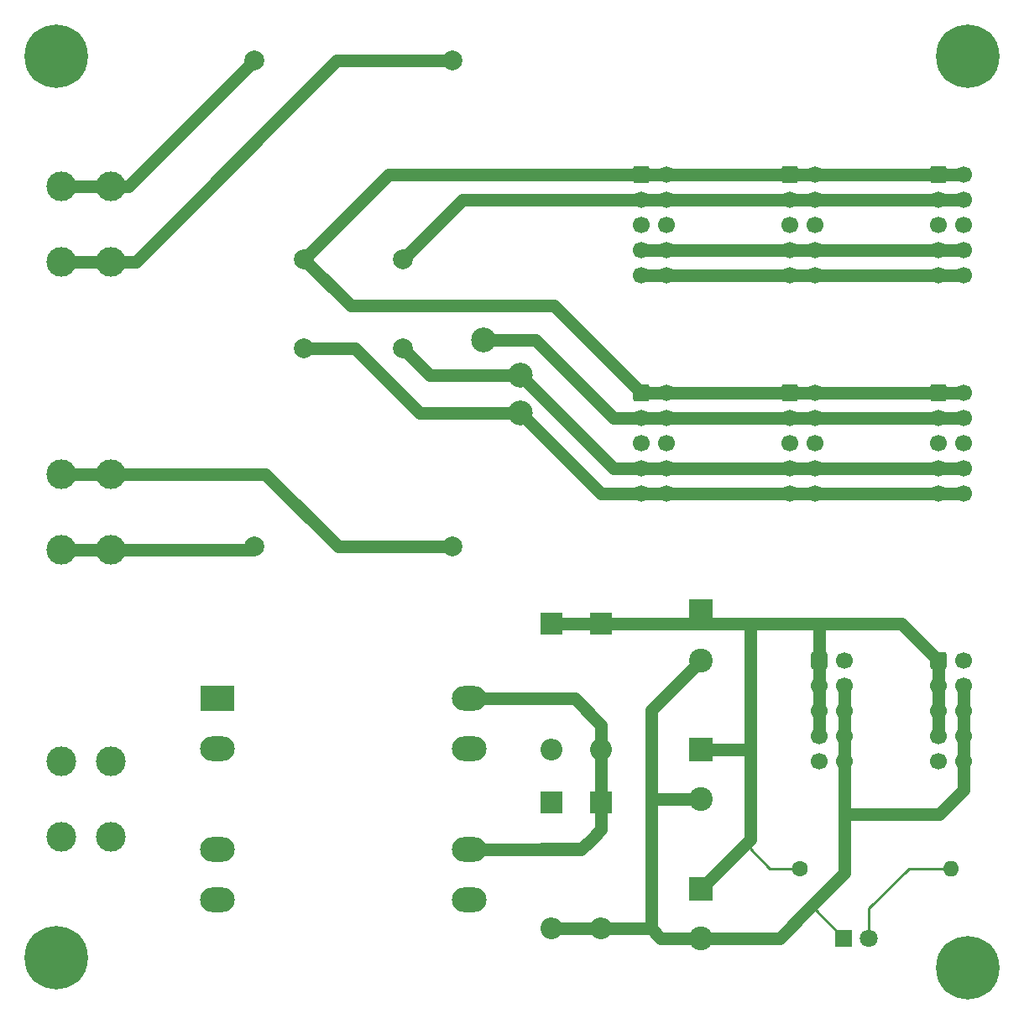
<source format=gbr>
%TF.GenerationSoftware,KiCad,Pcbnew,(6.0.1)*%
%TF.CreationDate,2023-02-05T18:59:54-08:00*%
%TF.ProjectId,Energy Monitor - Transformer PCB R2,456e6572-6779-4204-9d6f-6e69746f7220,rev?*%
%TF.SameCoordinates,Original*%
%TF.FileFunction,Copper,L2,Bot*%
%TF.FilePolarity,Positive*%
%FSLAX46Y46*%
G04 Gerber Fmt 4.6, Leading zero omitted, Abs format (unit mm)*
G04 Created by KiCad (PCBNEW (6.0.1)) date 2023-02-05 18:59:54*
%MOMM*%
%LPD*%
G01*
G04 APERTURE LIST*
G04 Aperture macros list*
%AMRoundRect*
0 Rectangle with rounded corners*
0 $1 Rounding radius*
0 $2 $3 $4 $5 $6 $7 $8 $9 X,Y pos of 4 corners*
0 Add a 4 corners polygon primitive as box body*
4,1,4,$2,$3,$4,$5,$6,$7,$8,$9,$2,$3,0*
0 Add four circle primitives for the rounded corners*
1,1,$1+$1,$2,$3*
1,1,$1+$1,$4,$5*
1,1,$1+$1,$6,$7*
1,1,$1+$1,$8,$9*
0 Add four rect primitives between the rounded corners*
20,1,$1+$1,$2,$3,$4,$5,0*
20,1,$1+$1,$4,$5,$6,$7,0*
20,1,$1+$1,$6,$7,$8,$9,0*
20,1,$1+$1,$8,$9,$2,$3,0*%
G04 Aperture macros list end*
%TA.AperFunction,ComponentPad*%
%ADD10RoundRect,1.250000X-0.500000X0.000000X0.500000X0.000000X0.500000X0.000000X-0.500000X0.000000X0*%
%TD*%
%TA.AperFunction,ComponentPad*%
%ADD11R,3.500000X2.500000*%
%TD*%
%TA.AperFunction,ComponentPad*%
%ADD12C,2.000000*%
%TD*%
%TA.AperFunction,ComponentPad*%
%ADD13O,2.200000X2.200000*%
%TD*%
%TA.AperFunction,ComponentPad*%
%ADD14R,2.200000X2.200000*%
%TD*%
%TA.AperFunction,ComponentPad*%
%ADD15C,2.400000*%
%TD*%
%TA.AperFunction,ComponentPad*%
%ADD16R,2.400000X2.400000*%
%TD*%
%TA.AperFunction,ComponentPad*%
%ADD17C,1.700000*%
%TD*%
%TA.AperFunction,ComponentPad*%
%ADD18RoundRect,0.250000X-0.600000X-0.600000X0.600000X-0.600000X0.600000X0.600000X-0.600000X0.600000X0*%
%TD*%
%TA.AperFunction,ComponentPad*%
%ADD19O,1.600000X1.600000*%
%TD*%
%TA.AperFunction,ComponentPad*%
%ADD20C,1.600000*%
%TD*%
%TA.AperFunction,ComponentPad*%
%ADD21C,1.800000*%
%TD*%
%TA.AperFunction,ComponentPad*%
%ADD22R,1.800000X1.800000*%
%TD*%
%TA.AperFunction,ComponentPad*%
%ADD23C,0.800000*%
%TD*%
%TA.AperFunction,ComponentPad*%
%ADD24C,6.400000*%
%TD*%
%TA.AperFunction,ComponentPad*%
%ADD25C,3.000000*%
%TD*%
%TA.AperFunction,ViaPad*%
%ADD26C,2.500000*%
%TD*%
%TA.AperFunction,Conductor*%
%ADD27C,1.270000*%
%TD*%
%TA.AperFunction,Conductor*%
%ADD28C,0.250000*%
%TD*%
G04 APERTURE END LIST*
D10*
%TO.P,T3,8*%
%TO.N,Net-(D1-Pad2)*%
X95700000Y-139160000D03*
%TO.P,T3,7*%
%TO.N,Net-(D2-Pad2)*%
X95700000Y-134080000D03*
%TO.P,T3,6*%
%TO.N,Net-(D1-Pad2)*%
X95700000Y-123920000D03*
%TO.P,T3,5*%
%TO.N,Net-(D2-Pad2)*%
X95700000Y-118840000D03*
%TO.P,T3,4*%
%TO.N,Net-(J3-Pad2)*%
X70300000Y-139160000D03*
%TO.P,T3,3*%
%TO.N,Net-(J3-Pad1)*%
X70300000Y-134080000D03*
%TO.P,T3,2*%
%TO.N,Net-(J3-Pad2)*%
X70300000Y-123920000D03*
D11*
%TO.P,T3,1*%
%TO.N,Net-(J3-Pad1)*%
X70300000Y-118840000D03*
%TD*%
D12*
%TO.P,T2,9*%
%TO.N,Net-(J4-Pad10)*%
X79000000Y-83500000D03*
%TO.P,T2,7*%
%TO.N,Net-(J4-Pad7)*%
X89000000Y-83500000D03*
%TO.P,T2,5*%
%TO.N,Net-(J2-Pad1)*%
X94000000Y-103500000D03*
%TO.P,T2,1*%
%TO.N,Net-(J2-Pad2)*%
X74000000Y-103500000D03*
%TD*%
D13*
%TO.P,D2,2*%
%TO.N,Net-(D2-Pad2)*%
X109000000Y-124000000D03*
D14*
%TO.P,D2,1*%
%TO.N,+9V*%
X109000000Y-111300000D03*
%TD*%
D12*
%TO.P,T1,9*%
%TO.N,Net-(J4-Pad3)*%
X89000000Y-74500000D03*
%TO.P,T1,7*%
%TO.N,Net-(J4-Pad1)*%
X79000000Y-74500000D03*
%TO.P,T1,5*%
%TO.N,Net-(J1-Pad1)*%
X74000000Y-54500000D03*
%TO.P,T1,1*%
%TO.N,Net-(J1-Pad2)*%
X94000000Y-54500000D03*
%TD*%
D15*
%TO.P,C3,2*%
%TO.N,GND*%
X119000000Y-129000000D03*
D16*
%TO.P,C3,1*%
%TO.N,+9V*%
X119000000Y-124000000D03*
%TD*%
D17*
%TO.P,J11,10*%
%TO.N,GND*%
X133540000Y-125160000D03*
%TO.P,J11,8*%
X133540000Y-122620000D03*
%TO.P,J11,6*%
X133540000Y-120080000D03*
%TO.P,J11,4*%
X133540000Y-117540000D03*
%TO.P,J11,2*%
%TO.N,Net-(J11-Pad2)*%
X133540000Y-115000000D03*
%TO.P,J11,9*%
%TO.N,Net-(J11-Pad9)*%
X131000000Y-125160000D03*
%TO.P,J11,7*%
%TO.N,+9V*%
X131000000Y-122620000D03*
%TO.P,J11,5*%
X131000000Y-120080000D03*
%TO.P,J11,3*%
X131000000Y-117540000D03*
D18*
%TO.P,J11,1*%
X131000000Y-115000000D03*
%TD*%
D19*
%TO.P,R1,2*%
%TO.N,Net-(D5-Pad2)*%
X144240000Y-136000000D03*
D20*
%TO.P,R1,1*%
%TO.N,+9V*%
X129000000Y-136000000D03*
%TD*%
D21*
%TO.P,D5,2*%
%TO.N,Net-(D5-Pad2)*%
X136000000Y-143000000D03*
D22*
%TO.P,D5,1*%
%TO.N,GND*%
X133460000Y-143000000D03*
%TD*%
D17*
%TO.P,J9,10*%
%TO.N,Net-(J4-Pad10)*%
X115540000Y-98160000D03*
%TO.P,J9,8*%
%TO.N,Net-(J4-Pad7)*%
X115540000Y-95620000D03*
%TO.P,J9,6*%
%TO.N,Net-(J9-Pad6)*%
X115540000Y-93080000D03*
%TO.P,J9,4*%
%TO.N,Net-(J4-Pad3)*%
X115540000Y-90540000D03*
%TO.P,J9,2*%
%TO.N,Net-(J4-Pad1)*%
X115540000Y-88000000D03*
%TO.P,J9,9*%
%TO.N,Net-(J4-Pad10)*%
X113000000Y-98160000D03*
%TO.P,J9,7*%
%TO.N,Net-(J4-Pad7)*%
X113000000Y-95620000D03*
%TO.P,J9,5*%
%TO.N,Net-(J9-Pad5)*%
X113000000Y-93080000D03*
%TO.P,J9,3*%
%TO.N,Net-(J4-Pad3)*%
X113000000Y-90540000D03*
D18*
%TO.P,J9,1*%
%TO.N,Net-(J4-Pad1)*%
X113000000Y-88000000D03*
%TD*%
D23*
%TO.P,H4,1*%
%TO.N,N/C*%
X147697056Y-52302944D03*
X146000000Y-51600000D03*
X144302944Y-52302944D03*
X143600000Y-54000000D03*
X144302944Y-55697056D03*
X146000000Y-56400000D03*
X147697056Y-55697056D03*
X148400000Y-54000000D03*
D24*
X146000000Y-54000000D03*
%TD*%
D23*
%TO.P,H3,1*%
%TO.N,N/C*%
X55697056Y-143302944D03*
X54000000Y-142600000D03*
X52302944Y-143302944D03*
X51600000Y-145000000D03*
X52302944Y-146697056D03*
X54000000Y-147400000D03*
X55697056Y-146697056D03*
X56400000Y-145000000D03*
D24*
X54000000Y-145000000D03*
%TD*%
D23*
%TO.P,H2,1*%
%TO.N,N/C*%
X147697056Y-144302944D03*
X146000000Y-143600000D03*
X144302944Y-144302944D03*
X143600000Y-146000000D03*
X144302944Y-147697056D03*
X146000000Y-148400000D03*
X147697056Y-147697056D03*
X148400000Y-146000000D03*
D24*
X146000000Y-146000000D03*
%TD*%
D23*
%TO.P,H1,1*%
%TO.N,N/C*%
X55697056Y-52302944D03*
X54000000Y-51600000D03*
X52302944Y-52302944D03*
X51600000Y-54000000D03*
X52302944Y-55697056D03*
X54000000Y-56400000D03*
X55697056Y-55697056D03*
X56400000Y-54000000D03*
D24*
X54000000Y-54000000D03*
%TD*%
D17*
%TO.P,J8,10*%
%TO.N,Net-(J4-Pad10)*%
X145540000Y-76160000D03*
%TO.P,J8,8*%
%TO.N,Net-(J4-Pad7)*%
X145540000Y-73620000D03*
%TO.P,J8,6*%
%TO.N,Net-(J8-Pad6)*%
X145540000Y-71080000D03*
%TO.P,J8,4*%
%TO.N,Net-(J4-Pad3)*%
X145540000Y-68540000D03*
%TO.P,J8,2*%
%TO.N,Net-(J4-Pad1)*%
X145540000Y-66000000D03*
%TO.P,J8,9*%
%TO.N,Net-(J4-Pad10)*%
X143000000Y-76160000D03*
%TO.P,J8,7*%
%TO.N,Net-(J4-Pad7)*%
X143000000Y-73620000D03*
%TO.P,J8,5*%
%TO.N,Net-(J8-Pad5)*%
X143000000Y-71080000D03*
%TO.P,J8,3*%
%TO.N,Net-(J4-Pad3)*%
X143000000Y-68540000D03*
D18*
%TO.P,J8,1*%
%TO.N,Net-(J4-Pad1)*%
X143000000Y-66000000D03*
%TD*%
D17*
%TO.P,J7,10*%
%TO.N,Net-(J4-Pad10)*%
X130540000Y-76160000D03*
%TO.P,J7,8*%
%TO.N,Net-(J4-Pad7)*%
X130540000Y-73620000D03*
%TO.P,J7,6*%
%TO.N,Net-(J7-Pad6)*%
X130540000Y-71080000D03*
%TO.P,J7,4*%
%TO.N,Net-(J4-Pad3)*%
X130540000Y-68540000D03*
%TO.P,J7,2*%
%TO.N,Net-(J4-Pad1)*%
X130540000Y-66000000D03*
%TO.P,J7,9*%
%TO.N,Net-(J4-Pad10)*%
X128000000Y-76160000D03*
%TO.P,J7,7*%
%TO.N,Net-(J4-Pad7)*%
X128000000Y-73620000D03*
%TO.P,J7,5*%
%TO.N,Net-(J7-Pad5)*%
X128000000Y-71080000D03*
%TO.P,J7,3*%
%TO.N,Net-(J4-Pad3)*%
X128000000Y-68540000D03*
D18*
%TO.P,J7,1*%
%TO.N,Net-(J4-Pad1)*%
X128000000Y-66000000D03*
%TD*%
D17*
%TO.P,J6,10*%
%TO.N,Net-(J4-Pad10)*%
X145540000Y-98160000D03*
%TO.P,J6,8*%
%TO.N,Net-(J4-Pad7)*%
X145540000Y-95620000D03*
%TO.P,J6,6*%
%TO.N,Net-(J6-Pad6)*%
X145540000Y-93080000D03*
%TO.P,J6,4*%
%TO.N,Net-(J4-Pad3)*%
X145540000Y-90540000D03*
%TO.P,J6,2*%
%TO.N,Net-(J4-Pad1)*%
X145540000Y-88000000D03*
%TO.P,J6,9*%
%TO.N,Net-(J4-Pad10)*%
X143000000Y-98160000D03*
%TO.P,J6,7*%
%TO.N,Net-(J4-Pad7)*%
X143000000Y-95620000D03*
%TO.P,J6,5*%
%TO.N,Net-(J6-Pad5)*%
X143000000Y-93080000D03*
%TO.P,J6,3*%
%TO.N,Net-(J4-Pad3)*%
X143000000Y-90540000D03*
D18*
%TO.P,J6,1*%
%TO.N,Net-(J4-Pad1)*%
X143000000Y-88000000D03*
%TD*%
D17*
%TO.P,J10,10*%
%TO.N,GND*%
X145540000Y-125160000D03*
%TO.P,J10,8*%
X145540000Y-122620000D03*
%TO.P,J10,6*%
X145540000Y-120080000D03*
%TO.P,J10,4*%
X145540000Y-117540000D03*
%TO.P,J10,2*%
%TO.N,Net-(J10-Pad2)*%
X145540000Y-115000000D03*
%TO.P,J10,9*%
%TO.N,Net-(J10-Pad9)*%
X143000000Y-125160000D03*
%TO.P,J10,7*%
%TO.N,+9V*%
X143000000Y-122620000D03*
%TO.P,J10,5*%
X143000000Y-120080000D03*
%TO.P,J10,3*%
X143000000Y-117540000D03*
D18*
%TO.P,J10,1*%
X143000000Y-115000000D03*
%TD*%
D17*
%TO.P,J5,10*%
%TO.N,Net-(J4-Pad10)*%
X130540000Y-98160000D03*
%TO.P,J5,8*%
%TO.N,Net-(J4-Pad7)*%
X130540000Y-95620000D03*
%TO.P,J5,6*%
%TO.N,Net-(J5-Pad6)*%
X130540000Y-93080000D03*
%TO.P,J5,4*%
%TO.N,Net-(J4-Pad3)*%
X130540000Y-90540000D03*
%TO.P,J5,2*%
%TO.N,Net-(J4-Pad1)*%
X130540000Y-88000000D03*
%TO.P,J5,9*%
%TO.N,Net-(J4-Pad10)*%
X128000000Y-98160000D03*
%TO.P,J5,7*%
%TO.N,Net-(J4-Pad7)*%
X128000000Y-95620000D03*
%TO.P,J5,5*%
%TO.N,Net-(J5-Pad5)*%
X128000000Y-93080000D03*
%TO.P,J5,3*%
%TO.N,Net-(J4-Pad3)*%
X128000000Y-90540000D03*
D18*
%TO.P,J5,1*%
%TO.N,Net-(J4-Pad1)*%
X128000000Y-88000000D03*
%TD*%
D17*
%TO.P,J4,10*%
%TO.N,Net-(J4-Pad10)*%
X115540000Y-76160000D03*
%TO.P,J4,8*%
%TO.N,Net-(J4-Pad7)*%
X115540000Y-73620000D03*
%TO.P,J4,6*%
%TO.N,Net-(J4-Pad6)*%
X115540000Y-71080000D03*
%TO.P,J4,4*%
%TO.N,Net-(J4-Pad3)*%
X115540000Y-68540000D03*
%TO.P,J4,2*%
%TO.N,Net-(J4-Pad1)*%
X115540000Y-66000000D03*
%TO.P,J4,9*%
%TO.N,Net-(J4-Pad10)*%
X113000000Y-76160000D03*
%TO.P,J4,7*%
%TO.N,Net-(J4-Pad7)*%
X113000000Y-73620000D03*
%TO.P,J4,5*%
%TO.N,Net-(J4-Pad5)*%
X113000000Y-71080000D03*
%TO.P,J4,3*%
%TO.N,Net-(J4-Pad3)*%
X113000000Y-68540000D03*
D18*
%TO.P,J4,1*%
%TO.N,Net-(J4-Pad1)*%
X113000000Y-66000000D03*
%TD*%
D13*
%TO.P,D4,2*%
%TO.N,GND*%
X104000000Y-142000000D03*
D14*
%TO.P,D4,1*%
%TO.N,Net-(D1-Pad2)*%
X104000000Y-129300000D03*
%TD*%
D13*
%TO.P,D3,2*%
%TO.N,GND*%
X109000000Y-142000000D03*
D14*
%TO.P,D3,1*%
%TO.N,Net-(D2-Pad2)*%
X109000000Y-129300000D03*
%TD*%
D13*
%TO.P,D1,2*%
%TO.N,Net-(D1-Pad2)*%
X104000000Y-124000000D03*
D14*
%TO.P,D1,1*%
%TO.N,+9V*%
X104000000Y-111300000D03*
%TD*%
D15*
%TO.P,C2,2*%
%TO.N,GND*%
X119000000Y-143000000D03*
D16*
%TO.P,C2,1*%
%TO.N,+9V*%
X119000000Y-138000000D03*
%TD*%
D15*
%TO.P,C1,2*%
%TO.N,GND*%
X119000000Y-115000000D03*
D16*
%TO.P,C1,1*%
%TO.N,+9V*%
X119000000Y-110000000D03*
%TD*%
D25*
%TO.P,J3,2*%
%TO.N,Net-(J3-Pad2)*%
X59500000Y-132810000D03*
X54500000Y-132810000D03*
%TO.P,J3,1*%
%TO.N,Net-(J3-Pad1)*%
X59500000Y-125190000D03*
X54500000Y-125190000D03*
%TD*%
%TO.P,J2,2*%
%TO.N,Net-(J2-Pad2)*%
X59500000Y-103810000D03*
X54500000Y-103810000D03*
%TO.P,J2,1*%
%TO.N,Net-(J2-Pad1)*%
X59500000Y-96190000D03*
X54500000Y-96190000D03*
%TD*%
%TO.P,J1,2*%
%TO.N,Net-(J1-Pad2)*%
X59500000Y-74810000D03*
X54500000Y-74810000D03*
%TO.P,J1,1*%
%TO.N,Net-(J1-Pad1)*%
X59500000Y-67190000D03*
X54500000Y-67190000D03*
%TD*%
D26*
%TO.N,Net-(J4-Pad3)*%
X97117000Y-82639000D03*
%TO.N,Net-(J4-Pad7)*%
X100800000Y-86195000D03*
%TO.N,Net-(J4-Pad10)*%
X100800000Y-90005000D03*
%TD*%
D27*
%TO.N,Net-(J1-Pad2)*%
X54500000Y-74810000D02*
X56813000Y-74810000D01*
X56813000Y-74810000D02*
X62020000Y-74810000D01*
X82330000Y-54500000D02*
X94000000Y-54500000D01*
X62020000Y-74810000D02*
X82330000Y-54500000D01*
%TO.N,Net-(J1-Pad1)*%
X61310000Y-67190000D02*
X54500000Y-67190000D01*
X74000000Y-54500000D02*
X61310000Y-67190000D01*
%TO.N,Net-(J2-Pad2)*%
X54500000Y-103810000D02*
X66810000Y-103810000D01*
X73690000Y-103810000D02*
X74000000Y-103500000D01*
X59500000Y-103810000D02*
X73690000Y-103810000D01*
X59500000Y-103810000D02*
X63297000Y-103810000D01*
%TO.N,Net-(J2-Pad1)*%
X54500000Y-96190000D02*
X59500000Y-96190000D01*
X64310000Y-96190000D02*
X59500000Y-96190000D01*
X82418000Y-103500000D02*
X94000000Y-103500000D01*
X59500000Y-96190000D02*
X75108000Y-96190000D01*
X75108000Y-96190000D02*
X82418000Y-103500000D01*
%TO.N,Net-(J4-Pad1)*%
X145540000Y-88000000D02*
X113000000Y-88000000D01*
X113000000Y-66000000D02*
X100500000Y-66000000D01*
X109934500Y-84934500D02*
X113000000Y-88000000D01*
X109934500Y-84934500D02*
X104210000Y-79210000D01*
X107000000Y-82000000D02*
X109934500Y-84934500D01*
X83710000Y-79210000D02*
X79000000Y-74500000D01*
X104210000Y-79210000D02*
X83710000Y-79210000D01*
X87500000Y-66000000D02*
X79000000Y-74500000D01*
X106132000Y-66000000D02*
X87500000Y-66000000D01*
X106132000Y-66000000D02*
X102000000Y-66000000D01*
X145540000Y-66000000D02*
X106132000Y-66000000D01*
%TO.N,Net-(J4-Pad3)*%
X94960000Y-68540000D02*
X94000000Y-69500000D01*
X106960000Y-68540000D02*
X94960000Y-68540000D01*
X145540000Y-68540000D02*
X106960000Y-68540000D01*
X94960000Y-68540000D02*
X89000000Y-74500000D01*
X105878000Y-68540000D02*
X94960000Y-68540000D01*
X105878000Y-68540000D02*
X100460000Y-68540000D01*
X106960000Y-68540000D02*
X105878000Y-68540000D01*
X102324000Y-82639000D02*
X97117000Y-82639000D01*
X145540000Y-90540000D02*
X110225000Y-90540000D01*
X110225000Y-90540000D02*
X102324000Y-82639000D01*
%TO.N,Net-(J4-Pad7)*%
X119000000Y-73620000D02*
X113000000Y-73620000D01*
X145540000Y-73620000D02*
X119000000Y-73620000D01*
X89088000Y-83500000D02*
X89000000Y-83500000D01*
X101435000Y-86830000D02*
X110225000Y-95620000D01*
X91695000Y-86195000D02*
X100800000Y-86195000D01*
X89000000Y-83500000D02*
X91695000Y-86195000D01*
X100800000Y-86195000D02*
X110225000Y-95620000D01*
X111060000Y-95620000D02*
X113000000Y-95620000D01*
X111060000Y-95620000D02*
X145540000Y-95620000D01*
X110225000Y-95620000D02*
X111060000Y-95620000D01*
%TO.N,Net-(J4-Pad10)*%
X145540000Y-76160000D02*
X119000000Y-76160000D01*
X119000000Y-76160000D02*
X113160000Y-76160000D01*
X113160000Y-76160000D02*
X113160000Y-76160000D01*
X82357000Y-83500000D02*
X79000000Y-83500000D01*
X79000000Y-83500000D02*
X84135000Y-83500000D01*
X90640000Y-90005000D02*
X100800000Y-90005000D01*
X84135000Y-83500000D02*
X90640000Y-90005000D01*
D28*
X113000000Y-98160000D02*
X109790000Y-98160000D01*
D27*
X108955000Y-98160000D02*
X100800000Y-90005000D01*
X119115000Y-98160000D02*
X108955000Y-98160000D01*
X119115000Y-98160000D02*
X109790000Y-98160000D01*
X145540000Y-98160000D02*
X119115000Y-98160000D01*
%TO.N,Net-(D2-Pad2)*%
X103000000Y-134000000D02*
X107000000Y-134000000D01*
X109000000Y-132000000D02*
X109000000Y-124000000D01*
X95700000Y-134080000D02*
X106920000Y-134080000D01*
X106920000Y-134080000D02*
X108000000Y-133000000D01*
X107000000Y-134000000D02*
X108000000Y-133000000D01*
X108000000Y-133000000D02*
X109000000Y-132000000D01*
X109000000Y-124000000D02*
X109000000Y-121500000D01*
X106340000Y-118840000D02*
X95700000Y-118840000D01*
X109000000Y-121500000D02*
X106340000Y-118840000D01*
%TO.N,GND*%
X113000000Y-142000000D02*
X114000000Y-142000000D01*
X113000000Y-142000000D02*
X104000000Y-142000000D01*
X139540000Y-130460000D02*
X138840000Y-130460000D01*
X133540000Y-125160000D02*
X133540000Y-117540000D01*
X139540000Y-130460000D02*
X141460000Y-130460000D01*
X133540000Y-130460000D02*
X141460000Y-130460000D01*
X133540000Y-125160000D02*
X133540000Y-130460000D01*
X133540000Y-130460000D02*
X133540000Y-136460000D01*
X133540000Y-136460000D02*
X131000000Y-139000000D01*
D28*
X133460000Y-143000000D02*
X130460000Y-140000000D01*
X130460000Y-140000000D02*
X130000000Y-140000000D01*
D27*
X130000000Y-140000000D02*
X131000000Y-139000000D01*
X127000000Y-143000000D02*
X130000000Y-140000000D01*
X114000000Y-142000000D02*
X115000000Y-143000000D01*
X115000000Y-143000000D02*
X127000000Y-143000000D01*
X114000000Y-129000000D02*
X114000000Y-120000000D01*
X114000000Y-129000000D02*
X114000000Y-122000000D01*
X114000000Y-120000000D02*
X119000000Y-115000000D01*
X114000000Y-142000000D02*
X114000000Y-129000000D01*
X114000000Y-129000000D02*
X119000000Y-129000000D01*
X143120000Y-130460000D02*
X145540000Y-128040000D01*
X141460000Y-130460000D02*
X143120000Y-130460000D01*
X145540000Y-128040000D02*
X145540000Y-117540000D01*
%TO.N,+9V*%
X140000000Y-112000000D02*
X143000000Y-115000000D01*
X143000000Y-115000000D02*
X143000000Y-122620000D01*
X124000000Y-133000000D02*
X119000000Y-138000000D01*
X124000000Y-128000000D02*
X124000000Y-133000000D01*
X124000000Y-128000000D02*
X124000000Y-132000000D01*
D28*
X124000000Y-134000000D02*
X124000000Y-133000000D01*
X129000000Y-136000000D02*
X126000000Y-136000000D01*
X126000000Y-136000000D02*
X124000000Y-134000000D01*
D27*
X111300000Y-111300000D02*
X104000000Y-111300000D01*
X113300000Y-111300000D02*
X111300000Y-111300000D01*
X121700000Y-111300000D02*
X123300000Y-111300000D01*
X139300000Y-111300000D02*
X140000000Y-112000000D01*
X131000000Y-111600000D02*
X130700000Y-111300000D01*
X131000000Y-122620000D02*
X131000000Y-111600000D01*
X130300000Y-111300000D02*
X130700000Y-111300000D01*
X130700000Y-111300000D02*
X139300000Y-111300000D01*
X124000000Y-111600000D02*
X123700000Y-111300000D01*
X121700000Y-111300000D02*
X123700000Y-111300000D01*
X123700000Y-111300000D02*
X130300000Y-111300000D01*
X119000000Y-111000000D02*
X119000000Y-110000000D01*
X119300000Y-111300000D02*
X119000000Y-111000000D01*
X119300000Y-111300000D02*
X121700000Y-111300000D01*
X111300000Y-111300000D02*
X119300000Y-111300000D01*
X124000000Y-124000000D02*
X119000000Y-124000000D01*
X124000000Y-124000000D02*
X124000000Y-111600000D01*
X124000000Y-128000000D02*
X124000000Y-124000000D01*
D28*
%TO.N,Net-(D5-Pad2)*%
X136000000Y-143000000D02*
X136000000Y-140000000D01*
X140000000Y-136000000D02*
X144240000Y-136000000D01*
X136000000Y-140000000D02*
X140000000Y-136000000D01*
%TD*%
M02*

</source>
